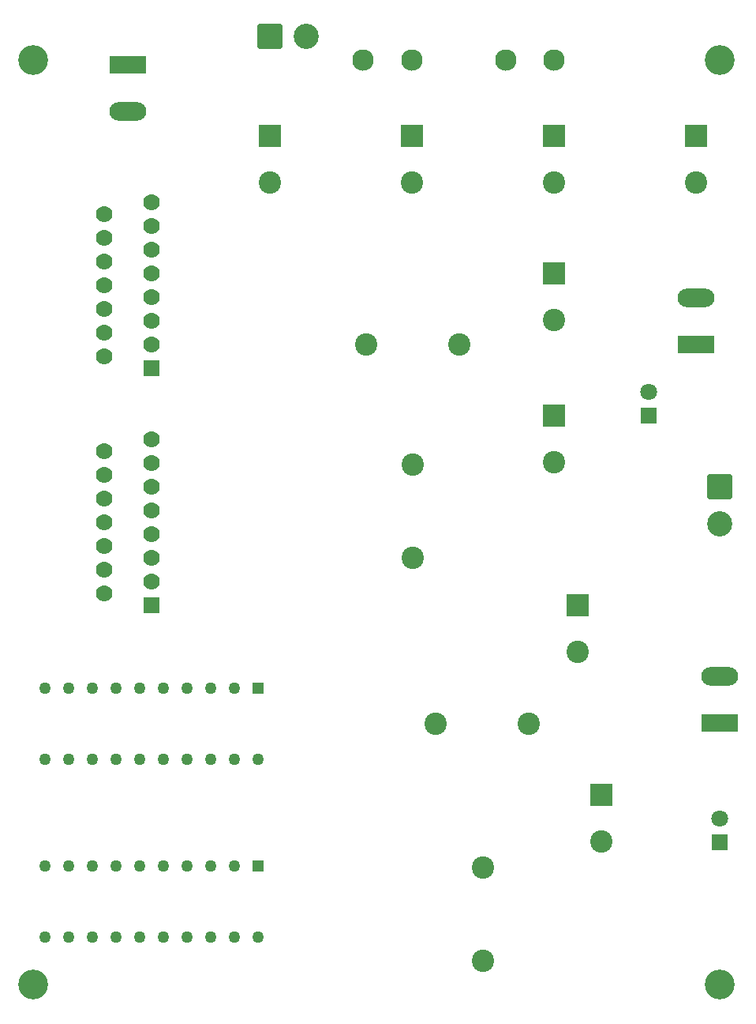
<source format=gbs>
%TF.GenerationSoftware,KiCad,Pcbnew,(6.0.1)*%
%TF.CreationDate,2022-02-23T20:13:37+01:00*%
%TF.ProjectId,PSU,5053552e-6b69-4636-9164-5f7063625858,rev?*%
%TF.SameCoordinates,Original*%
%TF.FileFunction,Soldermask,Bot*%
%TF.FilePolarity,Negative*%
%FSLAX46Y46*%
G04 Gerber Fmt 4.6, Leading zero omitted, Abs format (unit mm)*
G04 Created by KiCad (PCBNEW (6.0.1)) date 2022-02-23 20:13:37*
%MOMM*%
%LPD*%
G01*
G04 APERTURE LIST*
G04 Aperture macros list*
%AMRoundRect*
0 Rectangle with rounded corners*
0 $1 Rounding radius*
0 $2 $3 $4 $5 $6 $7 $8 $9 X,Y pos of 4 corners*
0 Add a 4 corners polygon primitive as box body*
4,1,4,$2,$3,$4,$5,$6,$7,$8,$9,$2,$3,0*
0 Add four circle primitives for the rounded corners*
1,1,$1+$1,$2,$3*
1,1,$1+$1,$4,$5*
1,1,$1+$1,$6,$7*
1,1,$1+$1,$8,$9*
0 Add four rect primitives between the rounded corners*
20,1,$1+$1,$2,$3,$4,$5,0*
20,1,$1+$1,$4,$5,$6,$7,0*
20,1,$1+$1,$6,$7,$8,$9,0*
20,1,$1+$1,$8,$9,$2,$3,0*%
G04 Aperture macros list end*
%ADD10C,3.200000*%
%ADD11R,2.400000X2.400000*%
%ADD12C,2.400000*%
%ADD13R,3.960000X1.980000*%
%ADD14O,3.960000X1.980000*%
%ADD15R,1.270000X1.270000*%
%ADD16C,1.270000*%
%ADD17R,1.778000X1.778000*%
%ADD18C,1.778000*%
%ADD19RoundRect,0.250001X-1.099999X1.099999X-1.099999X-1.099999X1.099999X-1.099999X1.099999X1.099999X0*%
%ADD20C,2.700000*%
%ADD21C,2.300000*%
%ADD22R,1.800000X1.800000*%
%ADD23C,1.800000*%
%ADD24RoundRect,0.250001X-1.099999X-1.099999X1.099999X-1.099999X1.099999X1.099999X-1.099999X1.099999X0*%
G04 APERTURE END LIST*
D10*
%TO.C,H5*%
X91440000Y-121920000D03*
%TD*%
%TO.C,H4*%
X17780000Y-22860000D03*
%TD*%
%TO.C,H3*%
X17780000Y-121920000D03*
%TD*%
%TO.C,H2*%
X91440000Y-22860000D03*
%TD*%
D11*
%TO.C,C3*%
X76200000Y-81280000D03*
D12*
X76200000Y-86280000D03*
%TD*%
D13*
%TO.C,J1*%
X27940000Y-23320000D03*
D14*
X27940000Y-28320000D03*
%TD*%
D12*
%TO.C,L4*%
X58500000Y-76200000D03*
X58500000Y-66200000D03*
%TD*%
D11*
%TO.C,C23*%
X88900000Y-30940000D03*
D12*
X88900000Y-35940000D03*
%TD*%
D15*
%TO.C,CR2*%
X41910000Y-109220000D03*
D16*
X39370000Y-109220000D03*
X36830000Y-109220000D03*
X34290000Y-109220000D03*
X31750000Y-109220000D03*
X29210000Y-109220000D03*
X26670000Y-109220000D03*
X24130000Y-109220000D03*
X21590000Y-109220000D03*
X19050000Y-109220000D03*
X19050000Y-116840000D03*
X21590000Y-116840000D03*
X24130000Y-116840000D03*
X26670000Y-116840000D03*
X29210000Y-116840000D03*
X31750000Y-116840000D03*
X34290000Y-116840000D03*
X36830000Y-116840000D03*
X39370000Y-116840000D03*
X41910000Y-116840000D03*
%TD*%
D11*
%TO.C,C10*%
X58420000Y-30940000D03*
D12*
X58420000Y-35940000D03*
%TD*%
D13*
%TO.C,J5*%
X88900000Y-53340000D03*
D14*
X88900000Y-48340000D03*
%TD*%
D15*
%TO.C,CR1*%
X41910000Y-90170000D03*
D16*
X39370000Y-90170000D03*
X36830000Y-90170000D03*
X34290000Y-90170000D03*
X31750000Y-90170000D03*
X29210000Y-90170000D03*
X26670000Y-90170000D03*
X24130000Y-90170000D03*
X21590000Y-90170000D03*
X19050000Y-90170000D03*
X19050000Y-97790000D03*
X21590000Y-97790000D03*
X24130000Y-97790000D03*
X26670000Y-97790000D03*
X29210000Y-97790000D03*
X31750000Y-97790000D03*
X34290000Y-97790000D03*
X36830000Y-97790000D03*
X39370000Y-97790000D03*
X41910000Y-97790000D03*
%TD*%
D11*
%TO.C,C16*%
X78740000Y-101600000D03*
D12*
X78740000Y-106600000D03*
%TD*%
D17*
%TO.C,U6*%
X30480000Y-81280000D03*
D18*
X25400000Y-80010000D03*
X30480000Y-78740000D03*
X25400000Y-77470000D03*
X30480000Y-76200000D03*
X25400000Y-74930000D03*
X30480000Y-73660000D03*
X25400000Y-72390000D03*
X30480000Y-71120000D03*
X25400000Y-69850000D03*
X30480000Y-68580000D03*
X25400000Y-67310000D03*
X30480000Y-66040000D03*
X25400000Y-64770000D03*
X30480000Y-63500000D03*
%TD*%
D11*
%TO.C,C9*%
X43180000Y-30940000D03*
D12*
X43180000Y-35940000D03*
%TD*%
D19*
%TO.C,EMER_STOP1*%
X91440000Y-68580000D03*
D20*
X91440000Y-72540000D03*
%TD*%
D21*
%TO.C,F1*%
X53220000Y-22860000D03*
X58420000Y-22860000D03*
X73720000Y-22860000D03*
X68520000Y-22860000D03*
%TD*%
D17*
%TO.C,U3*%
X30480000Y-55880000D03*
D18*
X25400000Y-54610000D03*
X30480000Y-53340000D03*
X25400000Y-52070000D03*
X30480000Y-50800000D03*
X25400000Y-49530000D03*
X30480000Y-48260000D03*
X25400000Y-46990000D03*
X30480000Y-45720000D03*
X25400000Y-44450000D03*
X30480000Y-43180000D03*
X25400000Y-41910000D03*
X30480000Y-40640000D03*
X25400000Y-39370000D03*
X30480000Y-38100000D03*
%TD*%
D11*
%TO.C,C8*%
X73660000Y-45720000D03*
D12*
X73660000Y-50720000D03*
%TD*%
D13*
%TO.C,J3*%
X91440000Y-93900000D03*
D14*
X91440000Y-88900000D03*
%TD*%
D22*
%TO.C,D2*%
X83820000Y-60960000D03*
D23*
X83820000Y-58420000D03*
%TD*%
D11*
%TO.C,C22*%
X73660000Y-30940000D03*
D12*
X73660000Y-35940000D03*
%TD*%
D24*
%TO.C,SW1*%
X43180000Y-20320000D03*
D20*
X47140000Y-20320000D03*
%TD*%
D11*
%TO.C,C21*%
X73660000Y-60960000D03*
D12*
X73660000Y-65960000D03*
%TD*%
%TO.C,L2*%
X53500000Y-53340000D03*
X63500000Y-53340000D03*
%TD*%
%TO.C,L3*%
X66040000Y-119380000D03*
X66040000Y-109380000D03*
%TD*%
D22*
%TO.C,D1*%
X91440000Y-106680000D03*
D23*
X91440000Y-104140000D03*
%TD*%
D12*
%TO.C,L1*%
X70960000Y-93980000D03*
X60960000Y-93980000D03*
%TD*%
M02*

</source>
